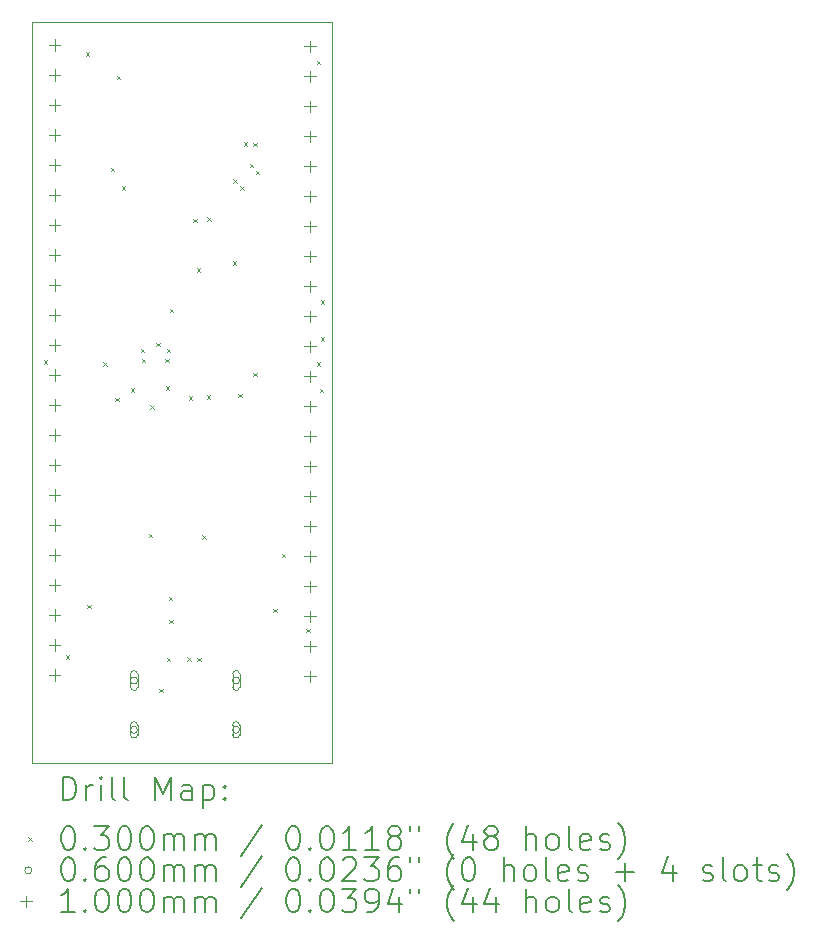
<source format=gbr>
%TF.GenerationSoftware,KiCad,Pcbnew,8.0.3*%
%TF.CreationDate,2024-10-04T21:01:36+05:30*%
%TF.ProjectId,TP4056,54503430-3536-42e6-9b69-6361645f7063,rev?*%
%TF.SameCoordinates,Original*%
%TF.FileFunction,Drillmap*%
%TF.FilePolarity,Positive*%
%FSLAX45Y45*%
G04 Gerber Fmt 4.5, Leading zero omitted, Abs format (unit mm)*
G04 Created by KiCad (PCBNEW 8.0.3) date 2024-10-04 21:01:36*
%MOMM*%
%LPD*%
G01*
G04 APERTURE LIST*
%ADD10C,0.050000*%
%ADD11C,0.200000*%
%ADD12C,0.100000*%
G04 APERTURE END LIST*
D10*
X6187500Y-6277500D02*
X8727500Y-6277500D01*
X8727500Y-12551500D01*
X6187500Y-12551500D01*
X6187500Y-6277500D01*
D11*
D12*
X6287500Y-9140000D02*
X6317500Y-9170000D01*
X6317500Y-9140000D02*
X6287500Y-9170000D01*
X6472500Y-11637500D02*
X6502500Y-11667500D01*
X6502500Y-11637500D02*
X6472500Y-11667500D01*
X6640000Y-6530000D02*
X6670000Y-6560000D01*
X6670000Y-6530000D02*
X6640000Y-6560000D01*
X6652500Y-11207500D02*
X6682500Y-11237500D01*
X6682500Y-11207500D02*
X6652500Y-11237500D01*
X6790000Y-9155000D02*
X6820000Y-9185000D01*
X6820000Y-9155000D02*
X6790000Y-9185000D01*
X6851529Y-7509806D02*
X6881529Y-7539806D01*
X6881529Y-7509806D02*
X6851529Y-7539806D01*
X6892500Y-9458500D02*
X6922500Y-9488500D01*
X6922500Y-9458500D02*
X6892500Y-9488500D01*
X6902500Y-6730000D02*
X6932500Y-6760000D01*
X6932500Y-6730000D02*
X6902500Y-6760000D01*
X6947500Y-7665000D02*
X6977500Y-7695000D01*
X6977500Y-7665000D02*
X6947500Y-7695000D01*
X7022500Y-9375000D02*
X7052500Y-9405000D01*
X7052500Y-9375000D02*
X7022500Y-9405000D01*
X7107516Y-9040698D02*
X7137516Y-9070698D01*
X7137516Y-9040698D02*
X7107516Y-9070698D01*
X7115000Y-9125000D02*
X7145000Y-9155000D01*
X7145000Y-9125000D02*
X7115000Y-9155000D01*
X7175000Y-10610000D02*
X7205000Y-10640000D01*
X7205000Y-10610000D02*
X7175000Y-10640000D01*
X7187500Y-9520000D02*
X7217500Y-9550000D01*
X7217500Y-9520000D02*
X7187500Y-9550000D01*
X7240000Y-8992500D02*
X7270000Y-9022500D01*
X7270000Y-8992500D02*
X7240000Y-9022500D01*
X7265000Y-11920000D02*
X7295000Y-11950000D01*
X7295000Y-11920000D02*
X7265000Y-11950000D01*
X7313388Y-9125000D02*
X7343388Y-9155000D01*
X7343388Y-9125000D02*
X7313388Y-9155000D01*
X7317500Y-9357500D02*
X7347500Y-9387500D01*
X7347500Y-9357500D02*
X7317500Y-9387500D01*
X7325887Y-9040483D02*
X7355887Y-9070483D01*
X7355887Y-9040483D02*
X7325887Y-9070483D01*
X7327500Y-11660000D02*
X7357500Y-11690000D01*
X7357500Y-11660000D02*
X7327500Y-11690000D01*
X7342500Y-11140000D02*
X7372500Y-11170000D01*
X7372500Y-11140000D02*
X7342500Y-11170000D01*
X7347500Y-11337500D02*
X7377500Y-11367500D01*
X7377500Y-11337500D02*
X7347500Y-11367500D01*
X7352500Y-8702500D02*
X7382500Y-8732500D01*
X7382500Y-8702500D02*
X7352500Y-8732500D01*
X7502500Y-11655000D02*
X7532500Y-11685000D01*
X7532500Y-11655000D02*
X7502500Y-11685000D01*
X7515000Y-9442500D02*
X7545000Y-9472500D01*
X7545000Y-9442500D02*
X7515000Y-9472500D01*
X7552500Y-7940000D02*
X7582500Y-7970000D01*
X7582500Y-7940000D02*
X7552500Y-7970000D01*
X7582500Y-8362500D02*
X7612500Y-8392500D01*
X7612500Y-8362500D02*
X7582500Y-8392500D01*
X7584926Y-11657426D02*
X7614926Y-11687426D01*
X7614926Y-11657426D02*
X7584926Y-11687426D01*
X7627500Y-10620000D02*
X7657500Y-10650000D01*
X7657500Y-10620000D02*
X7627500Y-10650000D01*
X7665000Y-9435000D02*
X7695000Y-9465000D01*
X7695000Y-9435000D02*
X7665000Y-9465000D01*
X7672573Y-7927426D02*
X7702573Y-7957426D01*
X7702573Y-7927426D02*
X7672573Y-7957426D01*
X7887500Y-8300000D02*
X7917500Y-8330000D01*
X7917500Y-8300000D02*
X7887500Y-8330000D01*
X7890931Y-7608431D02*
X7920931Y-7638431D01*
X7920931Y-7608431D02*
X7890931Y-7638431D01*
X7935000Y-9422500D02*
X7965000Y-9452500D01*
X7965000Y-9422500D02*
X7935000Y-9452500D01*
X7947500Y-7665000D02*
X7977500Y-7695000D01*
X7977500Y-7665000D02*
X7947500Y-7695000D01*
X7977569Y-7294170D02*
X8007569Y-7324170D01*
X8007569Y-7294170D02*
X7977569Y-7324170D01*
X8030000Y-7475000D02*
X8060000Y-7505000D01*
X8060000Y-7475000D02*
X8030000Y-7505000D01*
X8057500Y-7297500D02*
X8087500Y-7327500D01*
X8087500Y-7297500D02*
X8057500Y-7327500D01*
X8061000Y-9245000D02*
X8091000Y-9275000D01*
X8091000Y-9245000D02*
X8061000Y-9275000D01*
X8080909Y-7536711D02*
X8110909Y-7566711D01*
X8110909Y-7536711D02*
X8080909Y-7566711D01*
X8227500Y-11245000D02*
X8257500Y-11275000D01*
X8257500Y-11245000D02*
X8227500Y-11275000D01*
X8302500Y-10777500D02*
X8332500Y-10807500D01*
X8332500Y-10777500D02*
X8302500Y-10807500D01*
X8508219Y-11413257D02*
X8538219Y-11443257D01*
X8538219Y-11413257D02*
X8508219Y-11443257D01*
X8597500Y-6602500D02*
X8627500Y-6632500D01*
X8627500Y-6602500D02*
X8597500Y-6632500D01*
X8597500Y-9157500D02*
X8627500Y-9187500D01*
X8627500Y-9157500D02*
X8597500Y-9187500D01*
X8622500Y-9382500D02*
X8652500Y-9412500D01*
X8652500Y-9382500D02*
X8622500Y-9412500D01*
X8632500Y-8632500D02*
X8662500Y-8662500D01*
X8662500Y-8632500D02*
X8632500Y-8662500D01*
X8632500Y-8945000D02*
X8662500Y-8975000D01*
X8662500Y-8945000D02*
X8632500Y-8975000D01*
X7080500Y-11851000D02*
G75*
G02*
X7020500Y-11851000I-30000J0D01*
G01*
X7020500Y-11851000D02*
G75*
G02*
X7080500Y-11851000I30000J0D01*
G01*
X7020500Y-11796000D02*
X7020500Y-11906000D01*
X7080500Y-11906000D02*
G75*
G02*
X7020500Y-11906000I-30000J0D01*
G01*
X7080500Y-11906000D02*
X7080500Y-11796000D01*
X7080500Y-11796000D02*
G75*
G03*
X7020500Y-11796000I-30000J0D01*
G01*
X7080500Y-12269000D02*
G75*
G02*
X7020500Y-12269000I-30000J0D01*
G01*
X7020500Y-12269000D02*
G75*
G02*
X7080500Y-12269000I30000J0D01*
G01*
X7020500Y-12229000D02*
X7020500Y-12309000D01*
X7080500Y-12309000D02*
G75*
G02*
X7020500Y-12309000I-30000J0D01*
G01*
X7080500Y-12309000D02*
X7080500Y-12229000D01*
X7080500Y-12229000D02*
G75*
G03*
X7020500Y-12229000I-30000J0D01*
G01*
X7944500Y-11851000D02*
G75*
G02*
X7884500Y-11851000I-30000J0D01*
G01*
X7884500Y-11851000D02*
G75*
G02*
X7944500Y-11851000I30000J0D01*
G01*
X7884500Y-11796000D02*
X7884500Y-11906000D01*
X7944500Y-11906000D02*
G75*
G02*
X7884500Y-11906000I-30000J0D01*
G01*
X7944500Y-11906000D02*
X7944500Y-11796000D01*
X7944500Y-11796000D02*
G75*
G03*
X7884500Y-11796000I-30000J0D01*
G01*
X7944500Y-12269000D02*
G75*
G02*
X7884500Y-12269000I-30000J0D01*
G01*
X7884500Y-12269000D02*
G75*
G02*
X7944500Y-12269000I30000J0D01*
G01*
X7884500Y-12229000D02*
X7884500Y-12309000D01*
X7944500Y-12309000D02*
G75*
G02*
X7884500Y-12309000I-30000J0D01*
G01*
X7944500Y-12309000D02*
X7944500Y-12229000D01*
X7944500Y-12229000D02*
G75*
G03*
X7884500Y-12229000I-30000J0D01*
G01*
X6377500Y-6417500D02*
X6377500Y-6517500D01*
X6327500Y-6467500D02*
X6427500Y-6467500D01*
X6377500Y-6671500D02*
X6377500Y-6771500D01*
X6327500Y-6721500D02*
X6427500Y-6721500D01*
X6377500Y-6925500D02*
X6377500Y-7025500D01*
X6327500Y-6975500D02*
X6427500Y-6975500D01*
X6377500Y-7179500D02*
X6377500Y-7279500D01*
X6327500Y-7229500D02*
X6427500Y-7229500D01*
X6377500Y-7433500D02*
X6377500Y-7533500D01*
X6327500Y-7483500D02*
X6427500Y-7483500D01*
X6377500Y-7687500D02*
X6377500Y-7787500D01*
X6327500Y-7737500D02*
X6427500Y-7737500D01*
X6377500Y-7941500D02*
X6377500Y-8041500D01*
X6327500Y-7991500D02*
X6427500Y-7991500D01*
X6377500Y-8195500D02*
X6377500Y-8295500D01*
X6327500Y-8245500D02*
X6427500Y-8245500D01*
X6377500Y-8449500D02*
X6377500Y-8549500D01*
X6327500Y-8499500D02*
X6427500Y-8499500D01*
X6377500Y-8703500D02*
X6377500Y-8803500D01*
X6327500Y-8753500D02*
X6427500Y-8753500D01*
X6377500Y-8957500D02*
X6377500Y-9057500D01*
X6327500Y-9007500D02*
X6427500Y-9007500D01*
X6377500Y-9211500D02*
X6377500Y-9311500D01*
X6327500Y-9261500D02*
X6427500Y-9261500D01*
X6377500Y-9465500D02*
X6377500Y-9565500D01*
X6327500Y-9515500D02*
X6427500Y-9515500D01*
X6377500Y-9719500D02*
X6377500Y-9819500D01*
X6327500Y-9769500D02*
X6427500Y-9769500D01*
X6377500Y-9973500D02*
X6377500Y-10073500D01*
X6327500Y-10023500D02*
X6427500Y-10023500D01*
X6377500Y-10227500D02*
X6377500Y-10327500D01*
X6327500Y-10277500D02*
X6427500Y-10277500D01*
X6377500Y-10481500D02*
X6377500Y-10581500D01*
X6327500Y-10531500D02*
X6427500Y-10531500D01*
X6377500Y-10735500D02*
X6377500Y-10835500D01*
X6327500Y-10785500D02*
X6427500Y-10785500D01*
X6377500Y-10989500D02*
X6377500Y-11089500D01*
X6327500Y-11039500D02*
X6427500Y-11039500D01*
X6377500Y-11243500D02*
X6377500Y-11343500D01*
X6327500Y-11293500D02*
X6427500Y-11293500D01*
X6377500Y-11497500D02*
X6377500Y-11597500D01*
X6327500Y-11547500D02*
X6427500Y-11547500D01*
X6377500Y-11751500D02*
X6377500Y-11851500D01*
X6327500Y-11801500D02*
X6427500Y-11801500D01*
X8537500Y-6432500D02*
X8537500Y-6532500D01*
X8487500Y-6482500D02*
X8587500Y-6482500D01*
X8537500Y-6686500D02*
X8537500Y-6786500D01*
X8487500Y-6736500D02*
X8587500Y-6736500D01*
X8537500Y-6940500D02*
X8537500Y-7040500D01*
X8487500Y-6990500D02*
X8587500Y-6990500D01*
X8537500Y-7194500D02*
X8537500Y-7294500D01*
X8487500Y-7244500D02*
X8587500Y-7244500D01*
X8537500Y-7448500D02*
X8537500Y-7548500D01*
X8487500Y-7498500D02*
X8587500Y-7498500D01*
X8537500Y-7702500D02*
X8537500Y-7802500D01*
X8487500Y-7752500D02*
X8587500Y-7752500D01*
X8537500Y-7956500D02*
X8537500Y-8056500D01*
X8487500Y-8006500D02*
X8587500Y-8006500D01*
X8537500Y-8210500D02*
X8537500Y-8310500D01*
X8487500Y-8260500D02*
X8587500Y-8260500D01*
X8537500Y-8464500D02*
X8537500Y-8564500D01*
X8487500Y-8514500D02*
X8587500Y-8514500D01*
X8537500Y-8718500D02*
X8537500Y-8818500D01*
X8487500Y-8768500D02*
X8587500Y-8768500D01*
X8537500Y-8972500D02*
X8537500Y-9072500D01*
X8487500Y-9022500D02*
X8587500Y-9022500D01*
X8537500Y-9226500D02*
X8537500Y-9326500D01*
X8487500Y-9276500D02*
X8587500Y-9276500D01*
X8537500Y-9480500D02*
X8537500Y-9580500D01*
X8487500Y-9530500D02*
X8587500Y-9530500D01*
X8537500Y-9734500D02*
X8537500Y-9834500D01*
X8487500Y-9784500D02*
X8587500Y-9784500D01*
X8537500Y-9988500D02*
X8537500Y-10088500D01*
X8487500Y-10038500D02*
X8587500Y-10038500D01*
X8537500Y-10242500D02*
X8537500Y-10342500D01*
X8487500Y-10292500D02*
X8587500Y-10292500D01*
X8537500Y-10496500D02*
X8537500Y-10596500D01*
X8487500Y-10546500D02*
X8587500Y-10546500D01*
X8537500Y-10750500D02*
X8537500Y-10850500D01*
X8487500Y-10800500D02*
X8587500Y-10800500D01*
X8537500Y-11004500D02*
X8537500Y-11104500D01*
X8487500Y-11054500D02*
X8587500Y-11054500D01*
X8537500Y-11258500D02*
X8537500Y-11358500D01*
X8487500Y-11308500D02*
X8587500Y-11308500D01*
X8537500Y-11512500D02*
X8537500Y-11612500D01*
X8487500Y-11562500D02*
X8587500Y-11562500D01*
X8537500Y-11766500D02*
X8537500Y-11866500D01*
X8487500Y-11816500D02*
X8587500Y-11816500D01*
D11*
X6445777Y-12865484D02*
X6445777Y-12665484D01*
X6445777Y-12665484D02*
X6493396Y-12665484D01*
X6493396Y-12665484D02*
X6521967Y-12675008D01*
X6521967Y-12675008D02*
X6541015Y-12694055D01*
X6541015Y-12694055D02*
X6550539Y-12713103D01*
X6550539Y-12713103D02*
X6560062Y-12751198D01*
X6560062Y-12751198D02*
X6560062Y-12779769D01*
X6560062Y-12779769D02*
X6550539Y-12817865D01*
X6550539Y-12817865D02*
X6541015Y-12836912D01*
X6541015Y-12836912D02*
X6521967Y-12855960D01*
X6521967Y-12855960D02*
X6493396Y-12865484D01*
X6493396Y-12865484D02*
X6445777Y-12865484D01*
X6645777Y-12865484D02*
X6645777Y-12732150D01*
X6645777Y-12770246D02*
X6655301Y-12751198D01*
X6655301Y-12751198D02*
X6664824Y-12741674D01*
X6664824Y-12741674D02*
X6683872Y-12732150D01*
X6683872Y-12732150D02*
X6702920Y-12732150D01*
X6769586Y-12865484D02*
X6769586Y-12732150D01*
X6769586Y-12665484D02*
X6760062Y-12675008D01*
X6760062Y-12675008D02*
X6769586Y-12684531D01*
X6769586Y-12684531D02*
X6779110Y-12675008D01*
X6779110Y-12675008D02*
X6769586Y-12665484D01*
X6769586Y-12665484D02*
X6769586Y-12684531D01*
X6893396Y-12865484D02*
X6874348Y-12855960D01*
X6874348Y-12855960D02*
X6864824Y-12836912D01*
X6864824Y-12836912D02*
X6864824Y-12665484D01*
X6998158Y-12865484D02*
X6979110Y-12855960D01*
X6979110Y-12855960D02*
X6969586Y-12836912D01*
X6969586Y-12836912D02*
X6969586Y-12665484D01*
X7226729Y-12865484D02*
X7226729Y-12665484D01*
X7226729Y-12665484D02*
X7293396Y-12808341D01*
X7293396Y-12808341D02*
X7360062Y-12665484D01*
X7360062Y-12665484D02*
X7360062Y-12865484D01*
X7541015Y-12865484D02*
X7541015Y-12760722D01*
X7541015Y-12760722D02*
X7531491Y-12741674D01*
X7531491Y-12741674D02*
X7512443Y-12732150D01*
X7512443Y-12732150D02*
X7474348Y-12732150D01*
X7474348Y-12732150D02*
X7455301Y-12741674D01*
X7541015Y-12855960D02*
X7521967Y-12865484D01*
X7521967Y-12865484D02*
X7474348Y-12865484D01*
X7474348Y-12865484D02*
X7455301Y-12855960D01*
X7455301Y-12855960D02*
X7445777Y-12836912D01*
X7445777Y-12836912D02*
X7445777Y-12817865D01*
X7445777Y-12817865D02*
X7455301Y-12798817D01*
X7455301Y-12798817D02*
X7474348Y-12789293D01*
X7474348Y-12789293D02*
X7521967Y-12789293D01*
X7521967Y-12789293D02*
X7541015Y-12779769D01*
X7636253Y-12732150D02*
X7636253Y-12932150D01*
X7636253Y-12741674D02*
X7655301Y-12732150D01*
X7655301Y-12732150D02*
X7693396Y-12732150D01*
X7693396Y-12732150D02*
X7712443Y-12741674D01*
X7712443Y-12741674D02*
X7721967Y-12751198D01*
X7721967Y-12751198D02*
X7731491Y-12770246D01*
X7731491Y-12770246D02*
X7731491Y-12827388D01*
X7731491Y-12827388D02*
X7721967Y-12846436D01*
X7721967Y-12846436D02*
X7712443Y-12855960D01*
X7712443Y-12855960D02*
X7693396Y-12865484D01*
X7693396Y-12865484D02*
X7655301Y-12865484D01*
X7655301Y-12865484D02*
X7636253Y-12855960D01*
X7817205Y-12846436D02*
X7826729Y-12855960D01*
X7826729Y-12855960D02*
X7817205Y-12865484D01*
X7817205Y-12865484D02*
X7807682Y-12855960D01*
X7807682Y-12855960D02*
X7817205Y-12846436D01*
X7817205Y-12846436D02*
X7817205Y-12865484D01*
X7817205Y-12741674D02*
X7826729Y-12751198D01*
X7826729Y-12751198D02*
X7817205Y-12760722D01*
X7817205Y-12760722D02*
X7807682Y-12751198D01*
X7807682Y-12751198D02*
X7817205Y-12741674D01*
X7817205Y-12741674D02*
X7817205Y-12760722D01*
D12*
X6155000Y-13179000D02*
X6185000Y-13209000D01*
X6185000Y-13179000D02*
X6155000Y-13209000D01*
D11*
X6483872Y-13085484D02*
X6502920Y-13085484D01*
X6502920Y-13085484D02*
X6521967Y-13095008D01*
X6521967Y-13095008D02*
X6531491Y-13104531D01*
X6531491Y-13104531D02*
X6541015Y-13123579D01*
X6541015Y-13123579D02*
X6550539Y-13161674D01*
X6550539Y-13161674D02*
X6550539Y-13209293D01*
X6550539Y-13209293D02*
X6541015Y-13247388D01*
X6541015Y-13247388D02*
X6531491Y-13266436D01*
X6531491Y-13266436D02*
X6521967Y-13275960D01*
X6521967Y-13275960D02*
X6502920Y-13285484D01*
X6502920Y-13285484D02*
X6483872Y-13285484D01*
X6483872Y-13285484D02*
X6464824Y-13275960D01*
X6464824Y-13275960D02*
X6455301Y-13266436D01*
X6455301Y-13266436D02*
X6445777Y-13247388D01*
X6445777Y-13247388D02*
X6436253Y-13209293D01*
X6436253Y-13209293D02*
X6436253Y-13161674D01*
X6436253Y-13161674D02*
X6445777Y-13123579D01*
X6445777Y-13123579D02*
X6455301Y-13104531D01*
X6455301Y-13104531D02*
X6464824Y-13095008D01*
X6464824Y-13095008D02*
X6483872Y-13085484D01*
X6636253Y-13266436D02*
X6645777Y-13275960D01*
X6645777Y-13275960D02*
X6636253Y-13285484D01*
X6636253Y-13285484D02*
X6626729Y-13275960D01*
X6626729Y-13275960D02*
X6636253Y-13266436D01*
X6636253Y-13266436D02*
X6636253Y-13285484D01*
X6712443Y-13085484D02*
X6836253Y-13085484D01*
X6836253Y-13085484D02*
X6769586Y-13161674D01*
X6769586Y-13161674D02*
X6798158Y-13161674D01*
X6798158Y-13161674D02*
X6817205Y-13171198D01*
X6817205Y-13171198D02*
X6826729Y-13180722D01*
X6826729Y-13180722D02*
X6836253Y-13199769D01*
X6836253Y-13199769D02*
X6836253Y-13247388D01*
X6836253Y-13247388D02*
X6826729Y-13266436D01*
X6826729Y-13266436D02*
X6817205Y-13275960D01*
X6817205Y-13275960D02*
X6798158Y-13285484D01*
X6798158Y-13285484D02*
X6741015Y-13285484D01*
X6741015Y-13285484D02*
X6721967Y-13275960D01*
X6721967Y-13275960D02*
X6712443Y-13266436D01*
X6960062Y-13085484D02*
X6979110Y-13085484D01*
X6979110Y-13085484D02*
X6998158Y-13095008D01*
X6998158Y-13095008D02*
X7007682Y-13104531D01*
X7007682Y-13104531D02*
X7017205Y-13123579D01*
X7017205Y-13123579D02*
X7026729Y-13161674D01*
X7026729Y-13161674D02*
X7026729Y-13209293D01*
X7026729Y-13209293D02*
X7017205Y-13247388D01*
X7017205Y-13247388D02*
X7007682Y-13266436D01*
X7007682Y-13266436D02*
X6998158Y-13275960D01*
X6998158Y-13275960D02*
X6979110Y-13285484D01*
X6979110Y-13285484D02*
X6960062Y-13285484D01*
X6960062Y-13285484D02*
X6941015Y-13275960D01*
X6941015Y-13275960D02*
X6931491Y-13266436D01*
X6931491Y-13266436D02*
X6921967Y-13247388D01*
X6921967Y-13247388D02*
X6912443Y-13209293D01*
X6912443Y-13209293D02*
X6912443Y-13161674D01*
X6912443Y-13161674D02*
X6921967Y-13123579D01*
X6921967Y-13123579D02*
X6931491Y-13104531D01*
X6931491Y-13104531D02*
X6941015Y-13095008D01*
X6941015Y-13095008D02*
X6960062Y-13085484D01*
X7150539Y-13085484D02*
X7169586Y-13085484D01*
X7169586Y-13085484D02*
X7188634Y-13095008D01*
X7188634Y-13095008D02*
X7198158Y-13104531D01*
X7198158Y-13104531D02*
X7207682Y-13123579D01*
X7207682Y-13123579D02*
X7217205Y-13161674D01*
X7217205Y-13161674D02*
X7217205Y-13209293D01*
X7217205Y-13209293D02*
X7207682Y-13247388D01*
X7207682Y-13247388D02*
X7198158Y-13266436D01*
X7198158Y-13266436D02*
X7188634Y-13275960D01*
X7188634Y-13275960D02*
X7169586Y-13285484D01*
X7169586Y-13285484D02*
X7150539Y-13285484D01*
X7150539Y-13285484D02*
X7131491Y-13275960D01*
X7131491Y-13275960D02*
X7121967Y-13266436D01*
X7121967Y-13266436D02*
X7112443Y-13247388D01*
X7112443Y-13247388D02*
X7102920Y-13209293D01*
X7102920Y-13209293D02*
X7102920Y-13161674D01*
X7102920Y-13161674D02*
X7112443Y-13123579D01*
X7112443Y-13123579D02*
X7121967Y-13104531D01*
X7121967Y-13104531D02*
X7131491Y-13095008D01*
X7131491Y-13095008D02*
X7150539Y-13085484D01*
X7302920Y-13285484D02*
X7302920Y-13152150D01*
X7302920Y-13171198D02*
X7312443Y-13161674D01*
X7312443Y-13161674D02*
X7331491Y-13152150D01*
X7331491Y-13152150D02*
X7360063Y-13152150D01*
X7360063Y-13152150D02*
X7379110Y-13161674D01*
X7379110Y-13161674D02*
X7388634Y-13180722D01*
X7388634Y-13180722D02*
X7388634Y-13285484D01*
X7388634Y-13180722D02*
X7398158Y-13161674D01*
X7398158Y-13161674D02*
X7417205Y-13152150D01*
X7417205Y-13152150D02*
X7445777Y-13152150D01*
X7445777Y-13152150D02*
X7464824Y-13161674D01*
X7464824Y-13161674D02*
X7474348Y-13180722D01*
X7474348Y-13180722D02*
X7474348Y-13285484D01*
X7569586Y-13285484D02*
X7569586Y-13152150D01*
X7569586Y-13171198D02*
X7579110Y-13161674D01*
X7579110Y-13161674D02*
X7598158Y-13152150D01*
X7598158Y-13152150D02*
X7626729Y-13152150D01*
X7626729Y-13152150D02*
X7645777Y-13161674D01*
X7645777Y-13161674D02*
X7655301Y-13180722D01*
X7655301Y-13180722D02*
X7655301Y-13285484D01*
X7655301Y-13180722D02*
X7664824Y-13161674D01*
X7664824Y-13161674D02*
X7683872Y-13152150D01*
X7683872Y-13152150D02*
X7712443Y-13152150D01*
X7712443Y-13152150D02*
X7731491Y-13161674D01*
X7731491Y-13161674D02*
X7741015Y-13180722D01*
X7741015Y-13180722D02*
X7741015Y-13285484D01*
X8131491Y-13075960D02*
X7960063Y-13333103D01*
X8388634Y-13085484D02*
X8407682Y-13085484D01*
X8407682Y-13085484D02*
X8426729Y-13095008D01*
X8426729Y-13095008D02*
X8436253Y-13104531D01*
X8436253Y-13104531D02*
X8445777Y-13123579D01*
X8445777Y-13123579D02*
X8455301Y-13161674D01*
X8455301Y-13161674D02*
X8455301Y-13209293D01*
X8455301Y-13209293D02*
X8445777Y-13247388D01*
X8445777Y-13247388D02*
X8436253Y-13266436D01*
X8436253Y-13266436D02*
X8426729Y-13275960D01*
X8426729Y-13275960D02*
X8407682Y-13285484D01*
X8407682Y-13285484D02*
X8388634Y-13285484D01*
X8388634Y-13285484D02*
X8369586Y-13275960D01*
X8369586Y-13275960D02*
X8360063Y-13266436D01*
X8360063Y-13266436D02*
X8350539Y-13247388D01*
X8350539Y-13247388D02*
X8341015Y-13209293D01*
X8341015Y-13209293D02*
X8341015Y-13161674D01*
X8341015Y-13161674D02*
X8350539Y-13123579D01*
X8350539Y-13123579D02*
X8360063Y-13104531D01*
X8360063Y-13104531D02*
X8369586Y-13095008D01*
X8369586Y-13095008D02*
X8388634Y-13085484D01*
X8541015Y-13266436D02*
X8550539Y-13275960D01*
X8550539Y-13275960D02*
X8541015Y-13285484D01*
X8541015Y-13285484D02*
X8531491Y-13275960D01*
X8531491Y-13275960D02*
X8541015Y-13266436D01*
X8541015Y-13266436D02*
X8541015Y-13285484D01*
X8674348Y-13085484D02*
X8693396Y-13085484D01*
X8693396Y-13085484D02*
X8712444Y-13095008D01*
X8712444Y-13095008D02*
X8721968Y-13104531D01*
X8721968Y-13104531D02*
X8731491Y-13123579D01*
X8731491Y-13123579D02*
X8741015Y-13161674D01*
X8741015Y-13161674D02*
X8741015Y-13209293D01*
X8741015Y-13209293D02*
X8731491Y-13247388D01*
X8731491Y-13247388D02*
X8721968Y-13266436D01*
X8721968Y-13266436D02*
X8712444Y-13275960D01*
X8712444Y-13275960D02*
X8693396Y-13285484D01*
X8693396Y-13285484D02*
X8674348Y-13285484D01*
X8674348Y-13285484D02*
X8655301Y-13275960D01*
X8655301Y-13275960D02*
X8645777Y-13266436D01*
X8645777Y-13266436D02*
X8636253Y-13247388D01*
X8636253Y-13247388D02*
X8626729Y-13209293D01*
X8626729Y-13209293D02*
X8626729Y-13161674D01*
X8626729Y-13161674D02*
X8636253Y-13123579D01*
X8636253Y-13123579D02*
X8645777Y-13104531D01*
X8645777Y-13104531D02*
X8655301Y-13095008D01*
X8655301Y-13095008D02*
X8674348Y-13085484D01*
X8931491Y-13285484D02*
X8817206Y-13285484D01*
X8874348Y-13285484D02*
X8874348Y-13085484D01*
X8874348Y-13085484D02*
X8855301Y-13114055D01*
X8855301Y-13114055D02*
X8836253Y-13133103D01*
X8836253Y-13133103D02*
X8817206Y-13142627D01*
X9121968Y-13285484D02*
X9007682Y-13285484D01*
X9064825Y-13285484D02*
X9064825Y-13085484D01*
X9064825Y-13085484D02*
X9045777Y-13114055D01*
X9045777Y-13114055D02*
X9026729Y-13133103D01*
X9026729Y-13133103D02*
X9007682Y-13142627D01*
X9236253Y-13171198D02*
X9217206Y-13161674D01*
X9217206Y-13161674D02*
X9207682Y-13152150D01*
X9207682Y-13152150D02*
X9198158Y-13133103D01*
X9198158Y-13133103D02*
X9198158Y-13123579D01*
X9198158Y-13123579D02*
X9207682Y-13104531D01*
X9207682Y-13104531D02*
X9217206Y-13095008D01*
X9217206Y-13095008D02*
X9236253Y-13085484D01*
X9236253Y-13085484D02*
X9274349Y-13085484D01*
X9274349Y-13085484D02*
X9293396Y-13095008D01*
X9293396Y-13095008D02*
X9302920Y-13104531D01*
X9302920Y-13104531D02*
X9312444Y-13123579D01*
X9312444Y-13123579D02*
X9312444Y-13133103D01*
X9312444Y-13133103D02*
X9302920Y-13152150D01*
X9302920Y-13152150D02*
X9293396Y-13161674D01*
X9293396Y-13161674D02*
X9274349Y-13171198D01*
X9274349Y-13171198D02*
X9236253Y-13171198D01*
X9236253Y-13171198D02*
X9217206Y-13180722D01*
X9217206Y-13180722D02*
X9207682Y-13190246D01*
X9207682Y-13190246D02*
X9198158Y-13209293D01*
X9198158Y-13209293D02*
X9198158Y-13247388D01*
X9198158Y-13247388D02*
X9207682Y-13266436D01*
X9207682Y-13266436D02*
X9217206Y-13275960D01*
X9217206Y-13275960D02*
X9236253Y-13285484D01*
X9236253Y-13285484D02*
X9274349Y-13285484D01*
X9274349Y-13285484D02*
X9293396Y-13275960D01*
X9293396Y-13275960D02*
X9302920Y-13266436D01*
X9302920Y-13266436D02*
X9312444Y-13247388D01*
X9312444Y-13247388D02*
X9312444Y-13209293D01*
X9312444Y-13209293D02*
X9302920Y-13190246D01*
X9302920Y-13190246D02*
X9293396Y-13180722D01*
X9293396Y-13180722D02*
X9274349Y-13171198D01*
X9388634Y-13085484D02*
X9388634Y-13123579D01*
X9464825Y-13085484D02*
X9464825Y-13123579D01*
X9760063Y-13361674D02*
X9750539Y-13352150D01*
X9750539Y-13352150D02*
X9731491Y-13323579D01*
X9731491Y-13323579D02*
X9721968Y-13304531D01*
X9721968Y-13304531D02*
X9712444Y-13275960D01*
X9712444Y-13275960D02*
X9702920Y-13228341D01*
X9702920Y-13228341D02*
X9702920Y-13190246D01*
X9702920Y-13190246D02*
X9712444Y-13142627D01*
X9712444Y-13142627D02*
X9721968Y-13114055D01*
X9721968Y-13114055D02*
X9731491Y-13095008D01*
X9731491Y-13095008D02*
X9750539Y-13066436D01*
X9750539Y-13066436D02*
X9760063Y-13056912D01*
X9921968Y-13152150D02*
X9921968Y-13285484D01*
X9874349Y-13075960D02*
X9826730Y-13218817D01*
X9826730Y-13218817D02*
X9950539Y-13218817D01*
X10055301Y-13171198D02*
X10036253Y-13161674D01*
X10036253Y-13161674D02*
X10026730Y-13152150D01*
X10026730Y-13152150D02*
X10017206Y-13133103D01*
X10017206Y-13133103D02*
X10017206Y-13123579D01*
X10017206Y-13123579D02*
X10026730Y-13104531D01*
X10026730Y-13104531D02*
X10036253Y-13095008D01*
X10036253Y-13095008D02*
X10055301Y-13085484D01*
X10055301Y-13085484D02*
X10093396Y-13085484D01*
X10093396Y-13085484D02*
X10112444Y-13095008D01*
X10112444Y-13095008D02*
X10121968Y-13104531D01*
X10121968Y-13104531D02*
X10131491Y-13123579D01*
X10131491Y-13123579D02*
X10131491Y-13133103D01*
X10131491Y-13133103D02*
X10121968Y-13152150D01*
X10121968Y-13152150D02*
X10112444Y-13161674D01*
X10112444Y-13161674D02*
X10093396Y-13171198D01*
X10093396Y-13171198D02*
X10055301Y-13171198D01*
X10055301Y-13171198D02*
X10036253Y-13180722D01*
X10036253Y-13180722D02*
X10026730Y-13190246D01*
X10026730Y-13190246D02*
X10017206Y-13209293D01*
X10017206Y-13209293D02*
X10017206Y-13247388D01*
X10017206Y-13247388D02*
X10026730Y-13266436D01*
X10026730Y-13266436D02*
X10036253Y-13275960D01*
X10036253Y-13275960D02*
X10055301Y-13285484D01*
X10055301Y-13285484D02*
X10093396Y-13285484D01*
X10093396Y-13285484D02*
X10112444Y-13275960D01*
X10112444Y-13275960D02*
X10121968Y-13266436D01*
X10121968Y-13266436D02*
X10131491Y-13247388D01*
X10131491Y-13247388D02*
X10131491Y-13209293D01*
X10131491Y-13209293D02*
X10121968Y-13190246D01*
X10121968Y-13190246D02*
X10112444Y-13180722D01*
X10112444Y-13180722D02*
X10093396Y-13171198D01*
X10369587Y-13285484D02*
X10369587Y-13085484D01*
X10455301Y-13285484D02*
X10455301Y-13180722D01*
X10455301Y-13180722D02*
X10445777Y-13161674D01*
X10445777Y-13161674D02*
X10426730Y-13152150D01*
X10426730Y-13152150D02*
X10398158Y-13152150D01*
X10398158Y-13152150D02*
X10379111Y-13161674D01*
X10379111Y-13161674D02*
X10369587Y-13171198D01*
X10579111Y-13285484D02*
X10560063Y-13275960D01*
X10560063Y-13275960D02*
X10550539Y-13266436D01*
X10550539Y-13266436D02*
X10541015Y-13247388D01*
X10541015Y-13247388D02*
X10541015Y-13190246D01*
X10541015Y-13190246D02*
X10550539Y-13171198D01*
X10550539Y-13171198D02*
X10560063Y-13161674D01*
X10560063Y-13161674D02*
X10579111Y-13152150D01*
X10579111Y-13152150D02*
X10607682Y-13152150D01*
X10607682Y-13152150D02*
X10626730Y-13161674D01*
X10626730Y-13161674D02*
X10636253Y-13171198D01*
X10636253Y-13171198D02*
X10645777Y-13190246D01*
X10645777Y-13190246D02*
X10645777Y-13247388D01*
X10645777Y-13247388D02*
X10636253Y-13266436D01*
X10636253Y-13266436D02*
X10626730Y-13275960D01*
X10626730Y-13275960D02*
X10607682Y-13285484D01*
X10607682Y-13285484D02*
X10579111Y-13285484D01*
X10760063Y-13285484D02*
X10741015Y-13275960D01*
X10741015Y-13275960D02*
X10731492Y-13256912D01*
X10731492Y-13256912D02*
X10731492Y-13085484D01*
X10912444Y-13275960D02*
X10893396Y-13285484D01*
X10893396Y-13285484D02*
X10855301Y-13285484D01*
X10855301Y-13285484D02*
X10836253Y-13275960D01*
X10836253Y-13275960D02*
X10826730Y-13256912D01*
X10826730Y-13256912D02*
X10826730Y-13180722D01*
X10826730Y-13180722D02*
X10836253Y-13161674D01*
X10836253Y-13161674D02*
X10855301Y-13152150D01*
X10855301Y-13152150D02*
X10893396Y-13152150D01*
X10893396Y-13152150D02*
X10912444Y-13161674D01*
X10912444Y-13161674D02*
X10921968Y-13180722D01*
X10921968Y-13180722D02*
X10921968Y-13199769D01*
X10921968Y-13199769D02*
X10826730Y-13218817D01*
X10998158Y-13275960D02*
X11017206Y-13285484D01*
X11017206Y-13285484D02*
X11055301Y-13285484D01*
X11055301Y-13285484D02*
X11074349Y-13275960D01*
X11074349Y-13275960D02*
X11083873Y-13256912D01*
X11083873Y-13256912D02*
X11083873Y-13247388D01*
X11083873Y-13247388D02*
X11074349Y-13228341D01*
X11074349Y-13228341D02*
X11055301Y-13218817D01*
X11055301Y-13218817D02*
X11026730Y-13218817D01*
X11026730Y-13218817D02*
X11007682Y-13209293D01*
X11007682Y-13209293D02*
X10998158Y-13190246D01*
X10998158Y-13190246D02*
X10998158Y-13180722D01*
X10998158Y-13180722D02*
X11007682Y-13161674D01*
X11007682Y-13161674D02*
X11026730Y-13152150D01*
X11026730Y-13152150D02*
X11055301Y-13152150D01*
X11055301Y-13152150D02*
X11074349Y-13161674D01*
X11150539Y-13361674D02*
X11160063Y-13352150D01*
X11160063Y-13352150D02*
X11179111Y-13323579D01*
X11179111Y-13323579D02*
X11188634Y-13304531D01*
X11188634Y-13304531D02*
X11198158Y-13275960D01*
X11198158Y-13275960D02*
X11207682Y-13228341D01*
X11207682Y-13228341D02*
X11207682Y-13190246D01*
X11207682Y-13190246D02*
X11198158Y-13142627D01*
X11198158Y-13142627D02*
X11188634Y-13114055D01*
X11188634Y-13114055D02*
X11179111Y-13095008D01*
X11179111Y-13095008D02*
X11160063Y-13066436D01*
X11160063Y-13066436D02*
X11150539Y-13056912D01*
D12*
X6185000Y-13458000D02*
G75*
G02*
X6125000Y-13458000I-30000J0D01*
G01*
X6125000Y-13458000D02*
G75*
G02*
X6185000Y-13458000I30000J0D01*
G01*
D11*
X6483872Y-13349484D02*
X6502920Y-13349484D01*
X6502920Y-13349484D02*
X6521967Y-13359008D01*
X6521967Y-13359008D02*
X6531491Y-13368531D01*
X6531491Y-13368531D02*
X6541015Y-13387579D01*
X6541015Y-13387579D02*
X6550539Y-13425674D01*
X6550539Y-13425674D02*
X6550539Y-13473293D01*
X6550539Y-13473293D02*
X6541015Y-13511388D01*
X6541015Y-13511388D02*
X6531491Y-13530436D01*
X6531491Y-13530436D02*
X6521967Y-13539960D01*
X6521967Y-13539960D02*
X6502920Y-13549484D01*
X6502920Y-13549484D02*
X6483872Y-13549484D01*
X6483872Y-13549484D02*
X6464824Y-13539960D01*
X6464824Y-13539960D02*
X6455301Y-13530436D01*
X6455301Y-13530436D02*
X6445777Y-13511388D01*
X6445777Y-13511388D02*
X6436253Y-13473293D01*
X6436253Y-13473293D02*
X6436253Y-13425674D01*
X6436253Y-13425674D02*
X6445777Y-13387579D01*
X6445777Y-13387579D02*
X6455301Y-13368531D01*
X6455301Y-13368531D02*
X6464824Y-13359008D01*
X6464824Y-13359008D02*
X6483872Y-13349484D01*
X6636253Y-13530436D02*
X6645777Y-13539960D01*
X6645777Y-13539960D02*
X6636253Y-13549484D01*
X6636253Y-13549484D02*
X6626729Y-13539960D01*
X6626729Y-13539960D02*
X6636253Y-13530436D01*
X6636253Y-13530436D02*
X6636253Y-13549484D01*
X6817205Y-13349484D02*
X6779110Y-13349484D01*
X6779110Y-13349484D02*
X6760062Y-13359008D01*
X6760062Y-13359008D02*
X6750539Y-13368531D01*
X6750539Y-13368531D02*
X6731491Y-13397103D01*
X6731491Y-13397103D02*
X6721967Y-13435198D01*
X6721967Y-13435198D02*
X6721967Y-13511388D01*
X6721967Y-13511388D02*
X6731491Y-13530436D01*
X6731491Y-13530436D02*
X6741015Y-13539960D01*
X6741015Y-13539960D02*
X6760062Y-13549484D01*
X6760062Y-13549484D02*
X6798158Y-13549484D01*
X6798158Y-13549484D02*
X6817205Y-13539960D01*
X6817205Y-13539960D02*
X6826729Y-13530436D01*
X6826729Y-13530436D02*
X6836253Y-13511388D01*
X6836253Y-13511388D02*
X6836253Y-13463769D01*
X6836253Y-13463769D02*
X6826729Y-13444722D01*
X6826729Y-13444722D02*
X6817205Y-13435198D01*
X6817205Y-13435198D02*
X6798158Y-13425674D01*
X6798158Y-13425674D02*
X6760062Y-13425674D01*
X6760062Y-13425674D02*
X6741015Y-13435198D01*
X6741015Y-13435198D02*
X6731491Y-13444722D01*
X6731491Y-13444722D02*
X6721967Y-13463769D01*
X6960062Y-13349484D02*
X6979110Y-13349484D01*
X6979110Y-13349484D02*
X6998158Y-13359008D01*
X6998158Y-13359008D02*
X7007682Y-13368531D01*
X7007682Y-13368531D02*
X7017205Y-13387579D01*
X7017205Y-13387579D02*
X7026729Y-13425674D01*
X7026729Y-13425674D02*
X7026729Y-13473293D01*
X7026729Y-13473293D02*
X7017205Y-13511388D01*
X7017205Y-13511388D02*
X7007682Y-13530436D01*
X7007682Y-13530436D02*
X6998158Y-13539960D01*
X6998158Y-13539960D02*
X6979110Y-13549484D01*
X6979110Y-13549484D02*
X6960062Y-13549484D01*
X6960062Y-13549484D02*
X6941015Y-13539960D01*
X6941015Y-13539960D02*
X6931491Y-13530436D01*
X6931491Y-13530436D02*
X6921967Y-13511388D01*
X6921967Y-13511388D02*
X6912443Y-13473293D01*
X6912443Y-13473293D02*
X6912443Y-13425674D01*
X6912443Y-13425674D02*
X6921967Y-13387579D01*
X6921967Y-13387579D02*
X6931491Y-13368531D01*
X6931491Y-13368531D02*
X6941015Y-13359008D01*
X6941015Y-13359008D02*
X6960062Y-13349484D01*
X7150539Y-13349484D02*
X7169586Y-13349484D01*
X7169586Y-13349484D02*
X7188634Y-13359008D01*
X7188634Y-13359008D02*
X7198158Y-13368531D01*
X7198158Y-13368531D02*
X7207682Y-13387579D01*
X7207682Y-13387579D02*
X7217205Y-13425674D01*
X7217205Y-13425674D02*
X7217205Y-13473293D01*
X7217205Y-13473293D02*
X7207682Y-13511388D01*
X7207682Y-13511388D02*
X7198158Y-13530436D01*
X7198158Y-13530436D02*
X7188634Y-13539960D01*
X7188634Y-13539960D02*
X7169586Y-13549484D01*
X7169586Y-13549484D02*
X7150539Y-13549484D01*
X7150539Y-13549484D02*
X7131491Y-13539960D01*
X7131491Y-13539960D02*
X7121967Y-13530436D01*
X7121967Y-13530436D02*
X7112443Y-13511388D01*
X7112443Y-13511388D02*
X7102920Y-13473293D01*
X7102920Y-13473293D02*
X7102920Y-13425674D01*
X7102920Y-13425674D02*
X7112443Y-13387579D01*
X7112443Y-13387579D02*
X7121967Y-13368531D01*
X7121967Y-13368531D02*
X7131491Y-13359008D01*
X7131491Y-13359008D02*
X7150539Y-13349484D01*
X7302920Y-13549484D02*
X7302920Y-13416150D01*
X7302920Y-13435198D02*
X7312443Y-13425674D01*
X7312443Y-13425674D02*
X7331491Y-13416150D01*
X7331491Y-13416150D02*
X7360063Y-13416150D01*
X7360063Y-13416150D02*
X7379110Y-13425674D01*
X7379110Y-13425674D02*
X7388634Y-13444722D01*
X7388634Y-13444722D02*
X7388634Y-13549484D01*
X7388634Y-13444722D02*
X7398158Y-13425674D01*
X7398158Y-13425674D02*
X7417205Y-13416150D01*
X7417205Y-13416150D02*
X7445777Y-13416150D01*
X7445777Y-13416150D02*
X7464824Y-13425674D01*
X7464824Y-13425674D02*
X7474348Y-13444722D01*
X7474348Y-13444722D02*
X7474348Y-13549484D01*
X7569586Y-13549484D02*
X7569586Y-13416150D01*
X7569586Y-13435198D02*
X7579110Y-13425674D01*
X7579110Y-13425674D02*
X7598158Y-13416150D01*
X7598158Y-13416150D02*
X7626729Y-13416150D01*
X7626729Y-13416150D02*
X7645777Y-13425674D01*
X7645777Y-13425674D02*
X7655301Y-13444722D01*
X7655301Y-13444722D02*
X7655301Y-13549484D01*
X7655301Y-13444722D02*
X7664824Y-13425674D01*
X7664824Y-13425674D02*
X7683872Y-13416150D01*
X7683872Y-13416150D02*
X7712443Y-13416150D01*
X7712443Y-13416150D02*
X7731491Y-13425674D01*
X7731491Y-13425674D02*
X7741015Y-13444722D01*
X7741015Y-13444722D02*
X7741015Y-13549484D01*
X8131491Y-13339960D02*
X7960063Y-13597103D01*
X8388634Y-13349484D02*
X8407682Y-13349484D01*
X8407682Y-13349484D02*
X8426729Y-13359008D01*
X8426729Y-13359008D02*
X8436253Y-13368531D01*
X8436253Y-13368531D02*
X8445777Y-13387579D01*
X8445777Y-13387579D02*
X8455301Y-13425674D01*
X8455301Y-13425674D02*
X8455301Y-13473293D01*
X8455301Y-13473293D02*
X8445777Y-13511388D01*
X8445777Y-13511388D02*
X8436253Y-13530436D01*
X8436253Y-13530436D02*
X8426729Y-13539960D01*
X8426729Y-13539960D02*
X8407682Y-13549484D01*
X8407682Y-13549484D02*
X8388634Y-13549484D01*
X8388634Y-13549484D02*
X8369586Y-13539960D01*
X8369586Y-13539960D02*
X8360063Y-13530436D01*
X8360063Y-13530436D02*
X8350539Y-13511388D01*
X8350539Y-13511388D02*
X8341015Y-13473293D01*
X8341015Y-13473293D02*
X8341015Y-13425674D01*
X8341015Y-13425674D02*
X8350539Y-13387579D01*
X8350539Y-13387579D02*
X8360063Y-13368531D01*
X8360063Y-13368531D02*
X8369586Y-13359008D01*
X8369586Y-13359008D02*
X8388634Y-13349484D01*
X8541015Y-13530436D02*
X8550539Y-13539960D01*
X8550539Y-13539960D02*
X8541015Y-13549484D01*
X8541015Y-13549484D02*
X8531491Y-13539960D01*
X8531491Y-13539960D02*
X8541015Y-13530436D01*
X8541015Y-13530436D02*
X8541015Y-13549484D01*
X8674348Y-13349484D02*
X8693396Y-13349484D01*
X8693396Y-13349484D02*
X8712444Y-13359008D01*
X8712444Y-13359008D02*
X8721968Y-13368531D01*
X8721968Y-13368531D02*
X8731491Y-13387579D01*
X8731491Y-13387579D02*
X8741015Y-13425674D01*
X8741015Y-13425674D02*
X8741015Y-13473293D01*
X8741015Y-13473293D02*
X8731491Y-13511388D01*
X8731491Y-13511388D02*
X8721968Y-13530436D01*
X8721968Y-13530436D02*
X8712444Y-13539960D01*
X8712444Y-13539960D02*
X8693396Y-13549484D01*
X8693396Y-13549484D02*
X8674348Y-13549484D01*
X8674348Y-13549484D02*
X8655301Y-13539960D01*
X8655301Y-13539960D02*
X8645777Y-13530436D01*
X8645777Y-13530436D02*
X8636253Y-13511388D01*
X8636253Y-13511388D02*
X8626729Y-13473293D01*
X8626729Y-13473293D02*
X8626729Y-13425674D01*
X8626729Y-13425674D02*
X8636253Y-13387579D01*
X8636253Y-13387579D02*
X8645777Y-13368531D01*
X8645777Y-13368531D02*
X8655301Y-13359008D01*
X8655301Y-13359008D02*
X8674348Y-13349484D01*
X8817206Y-13368531D02*
X8826729Y-13359008D01*
X8826729Y-13359008D02*
X8845777Y-13349484D01*
X8845777Y-13349484D02*
X8893396Y-13349484D01*
X8893396Y-13349484D02*
X8912444Y-13359008D01*
X8912444Y-13359008D02*
X8921968Y-13368531D01*
X8921968Y-13368531D02*
X8931491Y-13387579D01*
X8931491Y-13387579D02*
X8931491Y-13406627D01*
X8931491Y-13406627D02*
X8921968Y-13435198D01*
X8921968Y-13435198D02*
X8807682Y-13549484D01*
X8807682Y-13549484D02*
X8931491Y-13549484D01*
X8998158Y-13349484D02*
X9121968Y-13349484D01*
X9121968Y-13349484D02*
X9055301Y-13425674D01*
X9055301Y-13425674D02*
X9083872Y-13425674D01*
X9083872Y-13425674D02*
X9102920Y-13435198D01*
X9102920Y-13435198D02*
X9112444Y-13444722D01*
X9112444Y-13444722D02*
X9121968Y-13463769D01*
X9121968Y-13463769D02*
X9121968Y-13511388D01*
X9121968Y-13511388D02*
X9112444Y-13530436D01*
X9112444Y-13530436D02*
X9102920Y-13539960D01*
X9102920Y-13539960D02*
X9083872Y-13549484D01*
X9083872Y-13549484D02*
X9026729Y-13549484D01*
X9026729Y-13549484D02*
X9007682Y-13539960D01*
X9007682Y-13539960D02*
X8998158Y-13530436D01*
X9293396Y-13349484D02*
X9255301Y-13349484D01*
X9255301Y-13349484D02*
X9236253Y-13359008D01*
X9236253Y-13359008D02*
X9226729Y-13368531D01*
X9226729Y-13368531D02*
X9207682Y-13397103D01*
X9207682Y-13397103D02*
X9198158Y-13435198D01*
X9198158Y-13435198D02*
X9198158Y-13511388D01*
X9198158Y-13511388D02*
X9207682Y-13530436D01*
X9207682Y-13530436D02*
X9217206Y-13539960D01*
X9217206Y-13539960D02*
X9236253Y-13549484D01*
X9236253Y-13549484D02*
X9274349Y-13549484D01*
X9274349Y-13549484D02*
X9293396Y-13539960D01*
X9293396Y-13539960D02*
X9302920Y-13530436D01*
X9302920Y-13530436D02*
X9312444Y-13511388D01*
X9312444Y-13511388D02*
X9312444Y-13463769D01*
X9312444Y-13463769D02*
X9302920Y-13444722D01*
X9302920Y-13444722D02*
X9293396Y-13435198D01*
X9293396Y-13435198D02*
X9274349Y-13425674D01*
X9274349Y-13425674D02*
X9236253Y-13425674D01*
X9236253Y-13425674D02*
X9217206Y-13435198D01*
X9217206Y-13435198D02*
X9207682Y-13444722D01*
X9207682Y-13444722D02*
X9198158Y-13463769D01*
X9388634Y-13349484D02*
X9388634Y-13387579D01*
X9464825Y-13349484D02*
X9464825Y-13387579D01*
X9760063Y-13625674D02*
X9750539Y-13616150D01*
X9750539Y-13616150D02*
X9731491Y-13587579D01*
X9731491Y-13587579D02*
X9721968Y-13568531D01*
X9721968Y-13568531D02*
X9712444Y-13539960D01*
X9712444Y-13539960D02*
X9702920Y-13492341D01*
X9702920Y-13492341D02*
X9702920Y-13454246D01*
X9702920Y-13454246D02*
X9712444Y-13406627D01*
X9712444Y-13406627D02*
X9721968Y-13378055D01*
X9721968Y-13378055D02*
X9731491Y-13359008D01*
X9731491Y-13359008D02*
X9750539Y-13330436D01*
X9750539Y-13330436D02*
X9760063Y-13320912D01*
X9874349Y-13349484D02*
X9893396Y-13349484D01*
X9893396Y-13349484D02*
X9912444Y-13359008D01*
X9912444Y-13359008D02*
X9921968Y-13368531D01*
X9921968Y-13368531D02*
X9931491Y-13387579D01*
X9931491Y-13387579D02*
X9941015Y-13425674D01*
X9941015Y-13425674D02*
X9941015Y-13473293D01*
X9941015Y-13473293D02*
X9931491Y-13511388D01*
X9931491Y-13511388D02*
X9921968Y-13530436D01*
X9921968Y-13530436D02*
X9912444Y-13539960D01*
X9912444Y-13539960D02*
X9893396Y-13549484D01*
X9893396Y-13549484D02*
X9874349Y-13549484D01*
X9874349Y-13549484D02*
X9855301Y-13539960D01*
X9855301Y-13539960D02*
X9845777Y-13530436D01*
X9845777Y-13530436D02*
X9836253Y-13511388D01*
X9836253Y-13511388D02*
X9826730Y-13473293D01*
X9826730Y-13473293D02*
X9826730Y-13425674D01*
X9826730Y-13425674D02*
X9836253Y-13387579D01*
X9836253Y-13387579D02*
X9845777Y-13368531D01*
X9845777Y-13368531D02*
X9855301Y-13359008D01*
X9855301Y-13359008D02*
X9874349Y-13349484D01*
X10179111Y-13549484D02*
X10179111Y-13349484D01*
X10264825Y-13549484D02*
X10264825Y-13444722D01*
X10264825Y-13444722D02*
X10255301Y-13425674D01*
X10255301Y-13425674D02*
X10236253Y-13416150D01*
X10236253Y-13416150D02*
X10207682Y-13416150D01*
X10207682Y-13416150D02*
X10188634Y-13425674D01*
X10188634Y-13425674D02*
X10179111Y-13435198D01*
X10388634Y-13549484D02*
X10369587Y-13539960D01*
X10369587Y-13539960D02*
X10360063Y-13530436D01*
X10360063Y-13530436D02*
X10350539Y-13511388D01*
X10350539Y-13511388D02*
X10350539Y-13454246D01*
X10350539Y-13454246D02*
X10360063Y-13435198D01*
X10360063Y-13435198D02*
X10369587Y-13425674D01*
X10369587Y-13425674D02*
X10388634Y-13416150D01*
X10388634Y-13416150D02*
X10417206Y-13416150D01*
X10417206Y-13416150D02*
X10436253Y-13425674D01*
X10436253Y-13425674D02*
X10445777Y-13435198D01*
X10445777Y-13435198D02*
X10455301Y-13454246D01*
X10455301Y-13454246D02*
X10455301Y-13511388D01*
X10455301Y-13511388D02*
X10445777Y-13530436D01*
X10445777Y-13530436D02*
X10436253Y-13539960D01*
X10436253Y-13539960D02*
X10417206Y-13549484D01*
X10417206Y-13549484D02*
X10388634Y-13549484D01*
X10569587Y-13549484D02*
X10550539Y-13539960D01*
X10550539Y-13539960D02*
X10541015Y-13520912D01*
X10541015Y-13520912D02*
X10541015Y-13349484D01*
X10721968Y-13539960D02*
X10702920Y-13549484D01*
X10702920Y-13549484D02*
X10664825Y-13549484D01*
X10664825Y-13549484D02*
X10645777Y-13539960D01*
X10645777Y-13539960D02*
X10636253Y-13520912D01*
X10636253Y-13520912D02*
X10636253Y-13444722D01*
X10636253Y-13444722D02*
X10645777Y-13425674D01*
X10645777Y-13425674D02*
X10664825Y-13416150D01*
X10664825Y-13416150D02*
X10702920Y-13416150D01*
X10702920Y-13416150D02*
X10721968Y-13425674D01*
X10721968Y-13425674D02*
X10731492Y-13444722D01*
X10731492Y-13444722D02*
X10731492Y-13463769D01*
X10731492Y-13463769D02*
X10636253Y-13482817D01*
X10807682Y-13539960D02*
X10826730Y-13549484D01*
X10826730Y-13549484D02*
X10864825Y-13549484D01*
X10864825Y-13549484D02*
X10883873Y-13539960D01*
X10883873Y-13539960D02*
X10893396Y-13520912D01*
X10893396Y-13520912D02*
X10893396Y-13511388D01*
X10893396Y-13511388D02*
X10883873Y-13492341D01*
X10883873Y-13492341D02*
X10864825Y-13482817D01*
X10864825Y-13482817D02*
X10836253Y-13482817D01*
X10836253Y-13482817D02*
X10817206Y-13473293D01*
X10817206Y-13473293D02*
X10807682Y-13454246D01*
X10807682Y-13454246D02*
X10807682Y-13444722D01*
X10807682Y-13444722D02*
X10817206Y-13425674D01*
X10817206Y-13425674D02*
X10836253Y-13416150D01*
X10836253Y-13416150D02*
X10864825Y-13416150D01*
X10864825Y-13416150D02*
X10883873Y-13425674D01*
X11131492Y-13473293D02*
X11283873Y-13473293D01*
X11207682Y-13549484D02*
X11207682Y-13397103D01*
X11617206Y-13416150D02*
X11617206Y-13549484D01*
X11569587Y-13339960D02*
X11521968Y-13482817D01*
X11521968Y-13482817D02*
X11645777Y-13482817D01*
X11864825Y-13539960D02*
X11883873Y-13549484D01*
X11883873Y-13549484D02*
X11921968Y-13549484D01*
X11921968Y-13549484D02*
X11941015Y-13539960D01*
X11941015Y-13539960D02*
X11950539Y-13520912D01*
X11950539Y-13520912D02*
X11950539Y-13511388D01*
X11950539Y-13511388D02*
X11941015Y-13492341D01*
X11941015Y-13492341D02*
X11921968Y-13482817D01*
X11921968Y-13482817D02*
X11893396Y-13482817D01*
X11893396Y-13482817D02*
X11874349Y-13473293D01*
X11874349Y-13473293D02*
X11864825Y-13454246D01*
X11864825Y-13454246D02*
X11864825Y-13444722D01*
X11864825Y-13444722D02*
X11874349Y-13425674D01*
X11874349Y-13425674D02*
X11893396Y-13416150D01*
X11893396Y-13416150D02*
X11921968Y-13416150D01*
X11921968Y-13416150D02*
X11941015Y-13425674D01*
X12064825Y-13549484D02*
X12045777Y-13539960D01*
X12045777Y-13539960D02*
X12036254Y-13520912D01*
X12036254Y-13520912D02*
X12036254Y-13349484D01*
X12169587Y-13549484D02*
X12150539Y-13539960D01*
X12150539Y-13539960D02*
X12141015Y-13530436D01*
X12141015Y-13530436D02*
X12131492Y-13511388D01*
X12131492Y-13511388D02*
X12131492Y-13454246D01*
X12131492Y-13454246D02*
X12141015Y-13435198D01*
X12141015Y-13435198D02*
X12150539Y-13425674D01*
X12150539Y-13425674D02*
X12169587Y-13416150D01*
X12169587Y-13416150D02*
X12198158Y-13416150D01*
X12198158Y-13416150D02*
X12217206Y-13425674D01*
X12217206Y-13425674D02*
X12226730Y-13435198D01*
X12226730Y-13435198D02*
X12236254Y-13454246D01*
X12236254Y-13454246D02*
X12236254Y-13511388D01*
X12236254Y-13511388D02*
X12226730Y-13530436D01*
X12226730Y-13530436D02*
X12217206Y-13539960D01*
X12217206Y-13539960D02*
X12198158Y-13549484D01*
X12198158Y-13549484D02*
X12169587Y-13549484D01*
X12293396Y-13416150D02*
X12369587Y-13416150D01*
X12321968Y-13349484D02*
X12321968Y-13520912D01*
X12321968Y-13520912D02*
X12331492Y-13539960D01*
X12331492Y-13539960D02*
X12350539Y-13549484D01*
X12350539Y-13549484D02*
X12369587Y-13549484D01*
X12426730Y-13539960D02*
X12445777Y-13549484D01*
X12445777Y-13549484D02*
X12483873Y-13549484D01*
X12483873Y-13549484D02*
X12502920Y-13539960D01*
X12502920Y-13539960D02*
X12512444Y-13520912D01*
X12512444Y-13520912D02*
X12512444Y-13511388D01*
X12512444Y-13511388D02*
X12502920Y-13492341D01*
X12502920Y-13492341D02*
X12483873Y-13482817D01*
X12483873Y-13482817D02*
X12455301Y-13482817D01*
X12455301Y-13482817D02*
X12436254Y-13473293D01*
X12436254Y-13473293D02*
X12426730Y-13454246D01*
X12426730Y-13454246D02*
X12426730Y-13444722D01*
X12426730Y-13444722D02*
X12436254Y-13425674D01*
X12436254Y-13425674D02*
X12455301Y-13416150D01*
X12455301Y-13416150D02*
X12483873Y-13416150D01*
X12483873Y-13416150D02*
X12502920Y-13425674D01*
X12579111Y-13625674D02*
X12588635Y-13616150D01*
X12588635Y-13616150D02*
X12607682Y-13587579D01*
X12607682Y-13587579D02*
X12617206Y-13568531D01*
X12617206Y-13568531D02*
X12626730Y-13539960D01*
X12626730Y-13539960D02*
X12636254Y-13492341D01*
X12636254Y-13492341D02*
X12636254Y-13454246D01*
X12636254Y-13454246D02*
X12626730Y-13406627D01*
X12626730Y-13406627D02*
X12617206Y-13378055D01*
X12617206Y-13378055D02*
X12607682Y-13359008D01*
X12607682Y-13359008D02*
X12588635Y-13330436D01*
X12588635Y-13330436D02*
X12579111Y-13320912D01*
D12*
X6135000Y-13672000D02*
X6135000Y-13772000D01*
X6085000Y-13722000D02*
X6185000Y-13722000D01*
D11*
X6550539Y-13813484D02*
X6436253Y-13813484D01*
X6493396Y-13813484D02*
X6493396Y-13613484D01*
X6493396Y-13613484D02*
X6474348Y-13642055D01*
X6474348Y-13642055D02*
X6455301Y-13661103D01*
X6455301Y-13661103D02*
X6436253Y-13670627D01*
X6636253Y-13794436D02*
X6645777Y-13803960D01*
X6645777Y-13803960D02*
X6636253Y-13813484D01*
X6636253Y-13813484D02*
X6626729Y-13803960D01*
X6626729Y-13803960D02*
X6636253Y-13794436D01*
X6636253Y-13794436D02*
X6636253Y-13813484D01*
X6769586Y-13613484D02*
X6788634Y-13613484D01*
X6788634Y-13613484D02*
X6807682Y-13623008D01*
X6807682Y-13623008D02*
X6817205Y-13632531D01*
X6817205Y-13632531D02*
X6826729Y-13651579D01*
X6826729Y-13651579D02*
X6836253Y-13689674D01*
X6836253Y-13689674D02*
X6836253Y-13737293D01*
X6836253Y-13737293D02*
X6826729Y-13775388D01*
X6826729Y-13775388D02*
X6817205Y-13794436D01*
X6817205Y-13794436D02*
X6807682Y-13803960D01*
X6807682Y-13803960D02*
X6788634Y-13813484D01*
X6788634Y-13813484D02*
X6769586Y-13813484D01*
X6769586Y-13813484D02*
X6750539Y-13803960D01*
X6750539Y-13803960D02*
X6741015Y-13794436D01*
X6741015Y-13794436D02*
X6731491Y-13775388D01*
X6731491Y-13775388D02*
X6721967Y-13737293D01*
X6721967Y-13737293D02*
X6721967Y-13689674D01*
X6721967Y-13689674D02*
X6731491Y-13651579D01*
X6731491Y-13651579D02*
X6741015Y-13632531D01*
X6741015Y-13632531D02*
X6750539Y-13623008D01*
X6750539Y-13623008D02*
X6769586Y-13613484D01*
X6960062Y-13613484D02*
X6979110Y-13613484D01*
X6979110Y-13613484D02*
X6998158Y-13623008D01*
X6998158Y-13623008D02*
X7007682Y-13632531D01*
X7007682Y-13632531D02*
X7017205Y-13651579D01*
X7017205Y-13651579D02*
X7026729Y-13689674D01*
X7026729Y-13689674D02*
X7026729Y-13737293D01*
X7026729Y-13737293D02*
X7017205Y-13775388D01*
X7017205Y-13775388D02*
X7007682Y-13794436D01*
X7007682Y-13794436D02*
X6998158Y-13803960D01*
X6998158Y-13803960D02*
X6979110Y-13813484D01*
X6979110Y-13813484D02*
X6960062Y-13813484D01*
X6960062Y-13813484D02*
X6941015Y-13803960D01*
X6941015Y-13803960D02*
X6931491Y-13794436D01*
X6931491Y-13794436D02*
X6921967Y-13775388D01*
X6921967Y-13775388D02*
X6912443Y-13737293D01*
X6912443Y-13737293D02*
X6912443Y-13689674D01*
X6912443Y-13689674D02*
X6921967Y-13651579D01*
X6921967Y-13651579D02*
X6931491Y-13632531D01*
X6931491Y-13632531D02*
X6941015Y-13623008D01*
X6941015Y-13623008D02*
X6960062Y-13613484D01*
X7150539Y-13613484D02*
X7169586Y-13613484D01*
X7169586Y-13613484D02*
X7188634Y-13623008D01*
X7188634Y-13623008D02*
X7198158Y-13632531D01*
X7198158Y-13632531D02*
X7207682Y-13651579D01*
X7207682Y-13651579D02*
X7217205Y-13689674D01*
X7217205Y-13689674D02*
X7217205Y-13737293D01*
X7217205Y-13737293D02*
X7207682Y-13775388D01*
X7207682Y-13775388D02*
X7198158Y-13794436D01*
X7198158Y-13794436D02*
X7188634Y-13803960D01*
X7188634Y-13803960D02*
X7169586Y-13813484D01*
X7169586Y-13813484D02*
X7150539Y-13813484D01*
X7150539Y-13813484D02*
X7131491Y-13803960D01*
X7131491Y-13803960D02*
X7121967Y-13794436D01*
X7121967Y-13794436D02*
X7112443Y-13775388D01*
X7112443Y-13775388D02*
X7102920Y-13737293D01*
X7102920Y-13737293D02*
X7102920Y-13689674D01*
X7102920Y-13689674D02*
X7112443Y-13651579D01*
X7112443Y-13651579D02*
X7121967Y-13632531D01*
X7121967Y-13632531D02*
X7131491Y-13623008D01*
X7131491Y-13623008D02*
X7150539Y-13613484D01*
X7302920Y-13813484D02*
X7302920Y-13680150D01*
X7302920Y-13699198D02*
X7312443Y-13689674D01*
X7312443Y-13689674D02*
X7331491Y-13680150D01*
X7331491Y-13680150D02*
X7360063Y-13680150D01*
X7360063Y-13680150D02*
X7379110Y-13689674D01*
X7379110Y-13689674D02*
X7388634Y-13708722D01*
X7388634Y-13708722D02*
X7388634Y-13813484D01*
X7388634Y-13708722D02*
X7398158Y-13689674D01*
X7398158Y-13689674D02*
X7417205Y-13680150D01*
X7417205Y-13680150D02*
X7445777Y-13680150D01*
X7445777Y-13680150D02*
X7464824Y-13689674D01*
X7464824Y-13689674D02*
X7474348Y-13708722D01*
X7474348Y-13708722D02*
X7474348Y-13813484D01*
X7569586Y-13813484D02*
X7569586Y-13680150D01*
X7569586Y-13699198D02*
X7579110Y-13689674D01*
X7579110Y-13689674D02*
X7598158Y-13680150D01*
X7598158Y-13680150D02*
X7626729Y-13680150D01*
X7626729Y-13680150D02*
X7645777Y-13689674D01*
X7645777Y-13689674D02*
X7655301Y-13708722D01*
X7655301Y-13708722D02*
X7655301Y-13813484D01*
X7655301Y-13708722D02*
X7664824Y-13689674D01*
X7664824Y-13689674D02*
X7683872Y-13680150D01*
X7683872Y-13680150D02*
X7712443Y-13680150D01*
X7712443Y-13680150D02*
X7731491Y-13689674D01*
X7731491Y-13689674D02*
X7741015Y-13708722D01*
X7741015Y-13708722D02*
X7741015Y-13813484D01*
X8131491Y-13603960D02*
X7960063Y-13861103D01*
X8388634Y-13613484D02*
X8407682Y-13613484D01*
X8407682Y-13613484D02*
X8426729Y-13623008D01*
X8426729Y-13623008D02*
X8436253Y-13632531D01*
X8436253Y-13632531D02*
X8445777Y-13651579D01*
X8445777Y-13651579D02*
X8455301Y-13689674D01*
X8455301Y-13689674D02*
X8455301Y-13737293D01*
X8455301Y-13737293D02*
X8445777Y-13775388D01*
X8445777Y-13775388D02*
X8436253Y-13794436D01*
X8436253Y-13794436D02*
X8426729Y-13803960D01*
X8426729Y-13803960D02*
X8407682Y-13813484D01*
X8407682Y-13813484D02*
X8388634Y-13813484D01*
X8388634Y-13813484D02*
X8369586Y-13803960D01*
X8369586Y-13803960D02*
X8360063Y-13794436D01*
X8360063Y-13794436D02*
X8350539Y-13775388D01*
X8350539Y-13775388D02*
X8341015Y-13737293D01*
X8341015Y-13737293D02*
X8341015Y-13689674D01*
X8341015Y-13689674D02*
X8350539Y-13651579D01*
X8350539Y-13651579D02*
X8360063Y-13632531D01*
X8360063Y-13632531D02*
X8369586Y-13623008D01*
X8369586Y-13623008D02*
X8388634Y-13613484D01*
X8541015Y-13794436D02*
X8550539Y-13803960D01*
X8550539Y-13803960D02*
X8541015Y-13813484D01*
X8541015Y-13813484D02*
X8531491Y-13803960D01*
X8531491Y-13803960D02*
X8541015Y-13794436D01*
X8541015Y-13794436D02*
X8541015Y-13813484D01*
X8674348Y-13613484D02*
X8693396Y-13613484D01*
X8693396Y-13613484D02*
X8712444Y-13623008D01*
X8712444Y-13623008D02*
X8721968Y-13632531D01*
X8721968Y-13632531D02*
X8731491Y-13651579D01*
X8731491Y-13651579D02*
X8741015Y-13689674D01*
X8741015Y-13689674D02*
X8741015Y-13737293D01*
X8741015Y-13737293D02*
X8731491Y-13775388D01*
X8731491Y-13775388D02*
X8721968Y-13794436D01*
X8721968Y-13794436D02*
X8712444Y-13803960D01*
X8712444Y-13803960D02*
X8693396Y-13813484D01*
X8693396Y-13813484D02*
X8674348Y-13813484D01*
X8674348Y-13813484D02*
X8655301Y-13803960D01*
X8655301Y-13803960D02*
X8645777Y-13794436D01*
X8645777Y-13794436D02*
X8636253Y-13775388D01*
X8636253Y-13775388D02*
X8626729Y-13737293D01*
X8626729Y-13737293D02*
X8626729Y-13689674D01*
X8626729Y-13689674D02*
X8636253Y-13651579D01*
X8636253Y-13651579D02*
X8645777Y-13632531D01*
X8645777Y-13632531D02*
X8655301Y-13623008D01*
X8655301Y-13623008D02*
X8674348Y-13613484D01*
X8807682Y-13613484D02*
X8931491Y-13613484D01*
X8931491Y-13613484D02*
X8864825Y-13689674D01*
X8864825Y-13689674D02*
X8893396Y-13689674D01*
X8893396Y-13689674D02*
X8912444Y-13699198D01*
X8912444Y-13699198D02*
X8921968Y-13708722D01*
X8921968Y-13708722D02*
X8931491Y-13727769D01*
X8931491Y-13727769D02*
X8931491Y-13775388D01*
X8931491Y-13775388D02*
X8921968Y-13794436D01*
X8921968Y-13794436D02*
X8912444Y-13803960D01*
X8912444Y-13803960D02*
X8893396Y-13813484D01*
X8893396Y-13813484D02*
X8836253Y-13813484D01*
X8836253Y-13813484D02*
X8817206Y-13803960D01*
X8817206Y-13803960D02*
X8807682Y-13794436D01*
X9026729Y-13813484D02*
X9064825Y-13813484D01*
X9064825Y-13813484D02*
X9083872Y-13803960D01*
X9083872Y-13803960D02*
X9093396Y-13794436D01*
X9093396Y-13794436D02*
X9112444Y-13765865D01*
X9112444Y-13765865D02*
X9121968Y-13727769D01*
X9121968Y-13727769D02*
X9121968Y-13651579D01*
X9121968Y-13651579D02*
X9112444Y-13632531D01*
X9112444Y-13632531D02*
X9102920Y-13623008D01*
X9102920Y-13623008D02*
X9083872Y-13613484D01*
X9083872Y-13613484D02*
X9045777Y-13613484D01*
X9045777Y-13613484D02*
X9026729Y-13623008D01*
X9026729Y-13623008D02*
X9017206Y-13632531D01*
X9017206Y-13632531D02*
X9007682Y-13651579D01*
X9007682Y-13651579D02*
X9007682Y-13699198D01*
X9007682Y-13699198D02*
X9017206Y-13718246D01*
X9017206Y-13718246D02*
X9026729Y-13727769D01*
X9026729Y-13727769D02*
X9045777Y-13737293D01*
X9045777Y-13737293D02*
X9083872Y-13737293D01*
X9083872Y-13737293D02*
X9102920Y-13727769D01*
X9102920Y-13727769D02*
X9112444Y-13718246D01*
X9112444Y-13718246D02*
X9121968Y-13699198D01*
X9293396Y-13680150D02*
X9293396Y-13813484D01*
X9245777Y-13603960D02*
X9198158Y-13746817D01*
X9198158Y-13746817D02*
X9321968Y-13746817D01*
X9388634Y-13613484D02*
X9388634Y-13651579D01*
X9464825Y-13613484D02*
X9464825Y-13651579D01*
X9760063Y-13889674D02*
X9750539Y-13880150D01*
X9750539Y-13880150D02*
X9731491Y-13851579D01*
X9731491Y-13851579D02*
X9721968Y-13832531D01*
X9721968Y-13832531D02*
X9712444Y-13803960D01*
X9712444Y-13803960D02*
X9702920Y-13756341D01*
X9702920Y-13756341D02*
X9702920Y-13718246D01*
X9702920Y-13718246D02*
X9712444Y-13670627D01*
X9712444Y-13670627D02*
X9721968Y-13642055D01*
X9721968Y-13642055D02*
X9731491Y-13623008D01*
X9731491Y-13623008D02*
X9750539Y-13594436D01*
X9750539Y-13594436D02*
X9760063Y-13584912D01*
X9921968Y-13680150D02*
X9921968Y-13813484D01*
X9874349Y-13603960D02*
X9826730Y-13746817D01*
X9826730Y-13746817D02*
X9950539Y-13746817D01*
X10112444Y-13680150D02*
X10112444Y-13813484D01*
X10064825Y-13603960D02*
X10017206Y-13746817D01*
X10017206Y-13746817D02*
X10141015Y-13746817D01*
X10369587Y-13813484D02*
X10369587Y-13613484D01*
X10455301Y-13813484D02*
X10455301Y-13708722D01*
X10455301Y-13708722D02*
X10445777Y-13689674D01*
X10445777Y-13689674D02*
X10426730Y-13680150D01*
X10426730Y-13680150D02*
X10398158Y-13680150D01*
X10398158Y-13680150D02*
X10379111Y-13689674D01*
X10379111Y-13689674D02*
X10369587Y-13699198D01*
X10579111Y-13813484D02*
X10560063Y-13803960D01*
X10560063Y-13803960D02*
X10550539Y-13794436D01*
X10550539Y-13794436D02*
X10541015Y-13775388D01*
X10541015Y-13775388D02*
X10541015Y-13718246D01*
X10541015Y-13718246D02*
X10550539Y-13699198D01*
X10550539Y-13699198D02*
X10560063Y-13689674D01*
X10560063Y-13689674D02*
X10579111Y-13680150D01*
X10579111Y-13680150D02*
X10607682Y-13680150D01*
X10607682Y-13680150D02*
X10626730Y-13689674D01*
X10626730Y-13689674D02*
X10636253Y-13699198D01*
X10636253Y-13699198D02*
X10645777Y-13718246D01*
X10645777Y-13718246D02*
X10645777Y-13775388D01*
X10645777Y-13775388D02*
X10636253Y-13794436D01*
X10636253Y-13794436D02*
X10626730Y-13803960D01*
X10626730Y-13803960D02*
X10607682Y-13813484D01*
X10607682Y-13813484D02*
X10579111Y-13813484D01*
X10760063Y-13813484D02*
X10741015Y-13803960D01*
X10741015Y-13803960D02*
X10731492Y-13784912D01*
X10731492Y-13784912D02*
X10731492Y-13613484D01*
X10912444Y-13803960D02*
X10893396Y-13813484D01*
X10893396Y-13813484D02*
X10855301Y-13813484D01*
X10855301Y-13813484D02*
X10836253Y-13803960D01*
X10836253Y-13803960D02*
X10826730Y-13784912D01*
X10826730Y-13784912D02*
X10826730Y-13708722D01*
X10826730Y-13708722D02*
X10836253Y-13689674D01*
X10836253Y-13689674D02*
X10855301Y-13680150D01*
X10855301Y-13680150D02*
X10893396Y-13680150D01*
X10893396Y-13680150D02*
X10912444Y-13689674D01*
X10912444Y-13689674D02*
X10921968Y-13708722D01*
X10921968Y-13708722D02*
X10921968Y-13727769D01*
X10921968Y-13727769D02*
X10826730Y-13746817D01*
X10998158Y-13803960D02*
X11017206Y-13813484D01*
X11017206Y-13813484D02*
X11055301Y-13813484D01*
X11055301Y-13813484D02*
X11074349Y-13803960D01*
X11074349Y-13803960D02*
X11083873Y-13784912D01*
X11083873Y-13784912D02*
X11083873Y-13775388D01*
X11083873Y-13775388D02*
X11074349Y-13756341D01*
X11074349Y-13756341D02*
X11055301Y-13746817D01*
X11055301Y-13746817D02*
X11026730Y-13746817D01*
X11026730Y-13746817D02*
X11007682Y-13737293D01*
X11007682Y-13737293D02*
X10998158Y-13718246D01*
X10998158Y-13718246D02*
X10998158Y-13708722D01*
X10998158Y-13708722D02*
X11007682Y-13689674D01*
X11007682Y-13689674D02*
X11026730Y-13680150D01*
X11026730Y-13680150D02*
X11055301Y-13680150D01*
X11055301Y-13680150D02*
X11074349Y-13689674D01*
X11150539Y-13889674D02*
X11160063Y-13880150D01*
X11160063Y-13880150D02*
X11179111Y-13851579D01*
X11179111Y-13851579D02*
X11188634Y-13832531D01*
X11188634Y-13832531D02*
X11198158Y-13803960D01*
X11198158Y-13803960D02*
X11207682Y-13756341D01*
X11207682Y-13756341D02*
X11207682Y-13718246D01*
X11207682Y-13718246D02*
X11198158Y-13670627D01*
X11198158Y-13670627D02*
X11188634Y-13642055D01*
X11188634Y-13642055D02*
X11179111Y-13623008D01*
X11179111Y-13623008D02*
X11160063Y-13594436D01*
X11160063Y-13594436D02*
X11150539Y-13584912D01*
M02*

</source>
